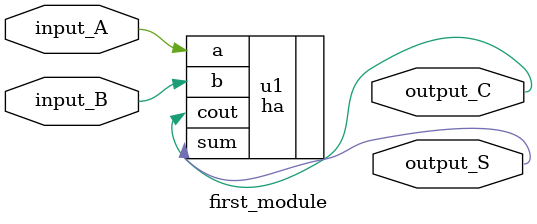
<source format=sv>
module first_module(
    input logic input_A,
    input logic input_B,
    output logic output_S, output_C
);
    
    // Structural Modeling:
    ha u1 (.a(input_A), .b(input_B), .sum(output_S), .cout(output_C));

    // Dataflow Modeling:
    // assign output_S = input_A ^ input_B;
    // assign output_C = input_A & input_B;

    // Behavioral Modeling:
    // always_comb begin
        // {output_C, output_S} = input_A + input_B;
    // end

endmodule


</source>
